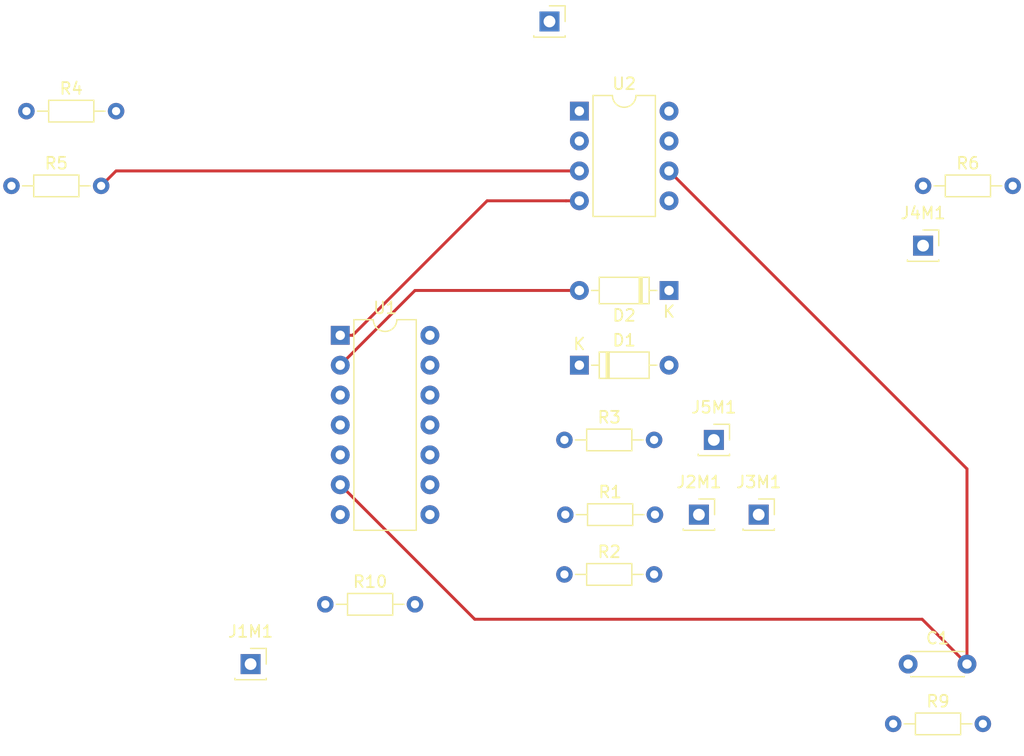
<source format=kicad_pcb>
(kicad_pcb (version 20171130) (host pcbnew "(5.0.2)-1")

  (general
    (thickness 1.6)
    (drawings 0)
    (tracks 14)
    (zones 0)
    (modules 19)
    (nets 17)
  )

  (page A4)
  (layers
    (0 F.Cu signal)
    (31 B.Cu signal)
    (32 B.Adhes user hide)
    (33 F.Adhes user hide)
    (34 B.Paste user hide)
    (35 F.Paste user hide)
    (36 B.SilkS user hide)
    (37 F.SilkS user hide)
    (38 B.Mask user)
    (39 F.Mask user)
    (40 Dwgs.User user)
    (41 Cmts.User user hide)
    (42 Eco1.User user hide)
    (43 Eco2.User user hide)
    (44 Edge.Cuts user hide)
    (45 Margin user hide)
    (46 B.CrtYd user hide)
    (47 F.CrtYd user)
    (48 B.Fab user hide)
    (49 F.Fab user)
  )

  (setup
    (last_trace_width 0.25)
    (trace_clearance 0.2)
    (zone_clearance 0.508)
    (zone_45_only no)
    (trace_min 0.2)
    (segment_width 0.2)
    (edge_width 0.1)
    (via_size 0.8)
    (via_drill 0.4)
    (via_min_size 0.4)
    (via_min_drill 0.3)
    (uvia_size 0.3)
    (uvia_drill 0.1)
    (uvias_allowed no)
    (uvia_min_size 0.2)
    (uvia_min_drill 0.1)
    (pcb_text_width 0.3)
    (pcb_text_size 1.5 1.5)
    (mod_edge_width 0.15)
    (mod_text_size 1 1)
    (mod_text_width 0.15)
    (pad_size 1.5 1.5)
    (pad_drill 0.6)
    (pad_to_mask_clearance 0)
    (solder_mask_min_width 0.25)
    (aux_axis_origin 0 0)
    (visible_elements 7FFFFFFF)
    (pcbplotparams
      (layerselection 0x010fc_ffffffff)
      (usegerberextensions false)
      (usegerberattributes false)
      (usegerberadvancedattributes false)
      (creategerberjobfile false)
      (excludeedgelayer true)
      (linewidth 0.100000)
      (plotframeref false)
      (viasonmask false)
      (mode 1)
      (useauxorigin false)
      (hpglpennumber 1)
      (hpglpenspeed 20)
      (hpglpendiameter 15.000000)
      (psnegative false)
      (psa4output false)
      (plotreference true)
      (plotvalue true)
      (plotinvisibletext false)
      (padsonsilk false)
      (subtractmaskfromsilk false)
      (outputformat 1)
      (mirror false)
      (drillshape 1)
      (scaleselection 1)
      (outputdirectory ""))
  )

  (net 0 "")
  (net 1 "Net-(C1-Pad1)")
  (net 2 "Net-(C1-Pad2)")
  (net 3 "Net-(D1-Pad1)")
  (net 4 "Net-(D1-Pad2)")
  (net 5 "Net-(D2-Pad1)")
  (net 6 "Net-(J1M1-Pad1)")
  (net 7 "Net-(J2M1-Pad1)")
  (net 8 "Net-(J3M1-Pad1)")
  (net 9 "Net-(J4M1-Pad1)")
  (net 10 "Net-(J5M1-Pad1)")
  (net 11 "Net-(J6M1-Pad1)")
  (net 12 "Net-(R4-Pad1)")
  (net 13 +5V)
  (net 14 +12V)
  (net 15 "Net-(U2-Pad1)")
  (net 16 "Net-(U2-Pad8)")

  (net_class Default "This is the default net class."
    (clearance 0.2)
    (trace_width 0.25)
    (via_dia 0.8)
    (via_drill 0.4)
    (uvia_dia 0.3)
    (uvia_drill 0.1)
    (add_net +12V)
    (add_net +5V)
    (add_net "Net-(C1-Pad1)")
    (add_net "Net-(C1-Pad2)")
    (add_net "Net-(D1-Pad1)")
    (add_net "Net-(D1-Pad2)")
    (add_net "Net-(D2-Pad1)")
    (add_net "Net-(J1M1-Pad1)")
    (add_net "Net-(J2M1-Pad1)")
    (add_net "Net-(J3M1-Pad1)")
    (add_net "Net-(J4M1-Pad1)")
    (add_net "Net-(J5M1-Pad1)")
    (add_net "Net-(J6M1-Pad1)")
    (add_net "Net-(R4-Pad1)")
    (add_net "Net-(U2-Pad1)")
    (add_net "Net-(U2-Pad8)")
  )

  (module Capacitor_THT:C_Disc_D4.3mm_W1.9mm_P5.00mm (layer F.Cu) (tedit 5AE50EF0) (tstamp 5CC61F59)
    (at 152.4 74.93)
    (descr "C, Disc series, Radial, pin pitch=5.00mm, , diameter*width=4.3*1.9mm^2, Capacitor, http://www.vishay.com/docs/45233/krseries.pdf")
    (tags "C Disc series Radial pin pitch 5.00mm  diameter 4.3mm width 1.9mm Capacitor")
    (path /5CB3EA4C)
    (fp_text reference C1 (at 2.5 -2.2) (layer F.SilkS)
      (effects (font (size 1 1) (thickness 0.15)))
    )
    (fp_text value 33pF (at 2.5 2.2) (layer F.Fab)
      (effects (font (size 1 1) (thickness 0.15)))
    )
    (fp_line (start 0.35 -0.95) (end 0.35 0.95) (layer F.Fab) (width 0.1))
    (fp_line (start 0.35 0.95) (end 4.65 0.95) (layer F.Fab) (width 0.1))
    (fp_line (start 4.65 0.95) (end 4.65 -0.95) (layer F.Fab) (width 0.1))
    (fp_line (start 4.65 -0.95) (end 0.35 -0.95) (layer F.Fab) (width 0.1))
    (fp_line (start 0.23 -1.07) (end 4.77 -1.07) (layer F.SilkS) (width 0.12))
    (fp_line (start 0.23 1.07) (end 4.77 1.07) (layer F.SilkS) (width 0.12))
    (fp_line (start 0.23 -1.07) (end 0.23 -1.055) (layer F.SilkS) (width 0.12))
    (fp_line (start 0.23 1.055) (end 0.23 1.07) (layer F.SilkS) (width 0.12))
    (fp_line (start 4.77 -1.07) (end 4.77 -1.055) (layer F.SilkS) (width 0.12))
    (fp_line (start 4.77 1.055) (end 4.77 1.07) (layer F.SilkS) (width 0.12))
    (fp_line (start -1.05 -1.2) (end -1.05 1.2) (layer F.CrtYd) (width 0.05))
    (fp_line (start -1.05 1.2) (end 6.05 1.2) (layer F.CrtYd) (width 0.05))
    (fp_line (start 6.05 1.2) (end 6.05 -1.2) (layer F.CrtYd) (width 0.05))
    (fp_line (start 6.05 -1.2) (end -1.05 -1.2) (layer F.CrtYd) (width 0.05))
    (fp_text user %R (at 2.5 0) (layer F.Fab)
      (effects (font (size 0.86 0.86) (thickness 0.129)))
    )
    (pad 1 thru_hole circle (at 0 0) (size 1.6 1.6) (drill 0.8) (layers *.Cu *.Mask)
      (net 1 "Net-(C1-Pad1)"))
    (pad 2 thru_hole circle (at 5 0) (size 1.6 1.6) (drill 0.8) (layers *.Cu *.Mask)
      (net 2 "Net-(C1-Pad2)"))
    (model ${KISYS3DMOD}/Capacitor_THT.3dshapes/C_Disc_D4.3mm_W1.9mm_P5.00mm.wrl
      (at (xyz 0 0 0))
      (scale (xyz 1 1 1))
      (rotate (xyz 0 0 0))
    )
  )

  (module Diode_THT:D_DO-35_SOD27_P7.62mm_Horizontal (layer F.Cu) (tedit 5AE50CD5) (tstamp 5CC61F78)
    (at 124.46 49.53)
    (descr "Diode, DO-35_SOD27 series, Axial, Horizontal, pin pitch=7.62mm, , length*diameter=4*2mm^2, , http://www.diodes.com/_files/packages/DO-35.pdf")
    (tags "Diode DO-35_SOD27 series Axial Horizontal pin pitch 7.62mm  length 4mm diameter 2mm")
    (path /5CB3A674)
    (fp_text reference D1 (at 3.81 -2.12) (layer F.SilkS)
      (effects (font (size 1 1) (thickness 0.15)))
    )
    (fp_text value 1N4148 (at 3.81 2.12) (layer F.Fab)
      (effects (font (size 1 1) (thickness 0.15)))
    )
    (fp_line (start 1.81 -1) (end 1.81 1) (layer F.Fab) (width 0.1))
    (fp_line (start 1.81 1) (end 5.81 1) (layer F.Fab) (width 0.1))
    (fp_line (start 5.81 1) (end 5.81 -1) (layer F.Fab) (width 0.1))
    (fp_line (start 5.81 -1) (end 1.81 -1) (layer F.Fab) (width 0.1))
    (fp_line (start 0 0) (end 1.81 0) (layer F.Fab) (width 0.1))
    (fp_line (start 7.62 0) (end 5.81 0) (layer F.Fab) (width 0.1))
    (fp_line (start 2.41 -1) (end 2.41 1) (layer F.Fab) (width 0.1))
    (fp_line (start 2.51 -1) (end 2.51 1) (layer F.Fab) (width 0.1))
    (fp_line (start 2.31 -1) (end 2.31 1) (layer F.Fab) (width 0.1))
    (fp_line (start 1.69 -1.12) (end 1.69 1.12) (layer F.SilkS) (width 0.12))
    (fp_line (start 1.69 1.12) (end 5.93 1.12) (layer F.SilkS) (width 0.12))
    (fp_line (start 5.93 1.12) (end 5.93 -1.12) (layer F.SilkS) (width 0.12))
    (fp_line (start 5.93 -1.12) (end 1.69 -1.12) (layer F.SilkS) (width 0.12))
    (fp_line (start 1.04 0) (end 1.69 0) (layer F.SilkS) (width 0.12))
    (fp_line (start 6.58 0) (end 5.93 0) (layer F.SilkS) (width 0.12))
    (fp_line (start 2.41 -1.12) (end 2.41 1.12) (layer F.SilkS) (width 0.12))
    (fp_line (start 2.53 -1.12) (end 2.53 1.12) (layer F.SilkS) (width 0.12))
    (fp_line (start 2.29 -1.12) (end 2.29 1.12) (layer F.SilkS) (width 0.12))
    (fp_line (start -1.05 -1.25) (end -1.05 1.25) (layer F.CrtYd) (width 0.05))
    (fp_line (start -1.05 1.25) (end 8.67 1.25) (layer F.CrtYd) (width 0.05))
    (fp_line (start 8.67 1.25) (end 8.67 -1.25) (layer F.CrtYd) (width 0.05))
    (fp_line (start 8.67 -1.25) (end -1.05 -1.25) (layer F.CrtYd) (width 0.05))
    (fp_text user %R (at 4.11 0) (layer F.Fab)
      (effects (font (size 0.8 0.8) (thickness 0.12)))
    )
    (fp_text user K (at 0 -1.8) (layer F.Fab)
      (effects (font (size 1 1) (thickness 0.15)))
    )
    (fp_text user K (at 0 -1.8) (layer F.SilkS)
      (effects (font (size 1 1) (thickness 0.15)))
    )
    (pad 1 thru_hole rect (at 0 0) (size 1.6 1.6) (drill 0.8) (layers *.Cu *.Mask)
      (net 3 "Net-(D1-Pad1)"))
    (pad 2 thru_hole oval (at 7.62 0) (size 1.6 1.6) (drill 0.8) (layers *.Cu *.Mask)
      (net 4 "Net-(D1-Pad2)"))
    (model ${KISYS3DMOD}/Diode_THT.3dshapes/D_DO-35_SOD27_P7.62mm_Horizontal.wrl
      (at (xyz 0 0 0))
      (scale (xyz 1 1 1))
      (rotate (xyz 0 0 0))
    )
  )

  (module Diode_THT:D_DO-35_SOD27_P7.62mm_Horizontal (layer F.Cu) (tedit 5AE50CD5) (tstamp 5CC61F97)
    (at 132.08 43.18 180)
    (descr "Diode, DO-35_SOD27 series, Axial, Horizontal, pin pitch=7.62mm, , length*diameter=4*2mm^2, , http://www.diodes.com/_files/packages/DO-35.pdf")
    (tags "Diode DO-35_SOD27 series Axial Horizontal pin pitch 7.62mm  length 4mm diameter 2mm")
    (path /5CB3A70F)
    (fp_text reference D2 (at 3.81 -2.12 180) (layer F.SilkS)
      (effects (font (size 1 1) (thickness 0.15)))
    )
    (fp_text value 1N4148 (at 3.81 2.12 180) (layer F.Fab)
      (effects (font (size 1 1) (thickness 0.15)))
    )
    (fp_line (start 1.81 -1) (end 1.81 1) (layer F.Fab) (width 0.1))
    (fp_line (start 1.81 1) (end 5.81 1) (layer F.Fab) (width 0.1))
    (fp_line (start 5.81 1) (end 5.81 -1) (layer F.Fab) (width 0.1))
    (fp_line (start 5.81 -1) (end 1.81 -1) (layer F.Fab) (width 0.1))
    (fp_line (start 0 0) (end 1.81 0) (layer F.Fab) (width 0.1))
    (fp_line (start 7.62 0) (end 5.81 0) (layer F.Fab) (width 0.1))
    (fp_line (start 2.41 -1) (end 2.41 1) (layer F.Fab) (width 0.1))
    (fp_line (start 2.51 -1) (end 2.51 1) (layer F.Fab) (width 0.1))
    (fp_line (start 2.31 -1) (end 2.31 1) (layer F.Fab) (width 0.1))
    (fp_line (start 1.69 -1.12) (end 1.69 1.12) (layer F.SilkS) (width 0.12))
    (fp_line (start 1.69 1.12) (end 5.93 1.12) (layer F.SilkS) (width 0.12))
    (fp_line (start 5.93 1.12) (end 5.93 -1.12) (layer F.SilkS) (width 0.12))
    (fp_line (start 5.93 -1.12) (end 1.69 -1.12) (layer F.SilkS) (width 0.12))
    (fp_line (start 1.04 0) (end 1.69 0) (layer F.SilkS) (width 0.12))
    (fp_line (start 6.58 0) (end 5.93 0) (layer F.SilkS) (width 0.12))
    (fp_line (start 2.41 -1.12) (end 2.41 1.12) (layer F.SilkS) (width 0.12))
    (fp_line (start 2.53 -1.12) (end 2.53 1.12) (layer F.SilkS) (width 0.12))
    (fp_line (start 2.29 -1.12) (end 2.29 1.12) (layer F.SilkS) (width 0.12))
    (fp_line (start -1.05 -1.25) (end -1.05 1.25) (layer F.CrtYd) (width 0.05))
    (fp_line (start -1.05 1.25) (end 8.67 1.25) (layer F.CrtYd) (width 0.05))
    (fp_line (start 8.67 1.25) (end 8.67 -1.25) (layer F.CrtYd) (width 0.05))
    (fp_line (start 8.67 -1.25) (end -1.05 -1.25) (layer F.CrtYd) (width 0.05))
    (fp_text user %R (at 4.11 0 180) (layer F.Fab)
      (effects (font (size 0.8 0.8) (thickness 0.12)))
    )
    (fp_text user K (at 0 -1.8 180) (layer F.Fab)
      (effects (font (size 1 1) (thickness 0.15)))
    )
    (fp_text user K (at 0 -1.8 180) (layer F.SilkS)
      (effects (font (size 1 1) (thickness 0.15)))
    )
    (pad 1 thru_hole rect (at 0 0 180) (size 1.6 1.6) (drill 0.8) (layers *.Cu *.Mask)
      (net 5 "Net-(D2-Pad1)"))
    (pad 2 thru_hole oval (at 7.62 0 180) (size 1.6 1.6) (drill 0.8) (layers *.Cu *.Mask)
      (net 3 "Net-(D1-Pad1)"))
    (model ${KISYS3DMOD}/Diode_THT.3dshapes/D_DO-35_SOD27_P7.62mm_Horizontal.wrl
      (at (xyz 0 0 0))
      (scale (xyz 1 1 1))
      (rotate (xyz 0 0 0))
    )
  )

  (module Connector_PinSocket_2.54mm:PinSocket_1x01_P2.54mm_Vertical (layer F.Cu) (tedit 5A19A434) (tstamp 5CC61FAB)
    (at 96.52 74.93)
    (descr "Through hole straight socket strip, 1x01, 2.54mm pitch, single row (from Kicad 4.0.7), script generated")
    (tags "Through hole socket strip THT 1x01 2.54mm single row")
    (path /5CC6E864)
    (fp_text reference J1M1 (at 0 -2.77) (layer F.SilkS)
      (effects (font (size 1 1) (thickness 0.15)))
    )
    (fp_text value Conn_01x01 (at 0 2.77) (layer F.Fab)
      (effects (font (size 1 1) (thickness 0.15)))
    )
    (fp_line (start -1.27 -1.27) (end 0.635 -1.27) (layer F.Fab) (width 0.1))
    (fp_line (start 0.635 -1.27) (end 1.27 -0.635) (layer F.Fab) (width 0.1))
    (fp_line (start 1.27 -0.635) (end 1.27 1.27) (layer F.Fab) (width 0.1))
    (fp_line (start 1.27 1.27) (end -1.27 1.27) (layer F.Fab) (width 0.1))
    (fp_line (start -1.27 1.27) (end -1.27 -1.27) (layer F.Fab) (width 0.1))
    (fp_line (start -1.33 1.33) (end 1.33 1.33) (layer F.SilkS) (width 0.12))
    (fp_line (start -1.33 1.21) (end -1.33 1.33) (layer F.SilkS) (width 0.12))
    (fp_line (start 1.33 1.21) (end 1.33 1.33) (layer F.SilkS) (width 0.12))
    (fp_line (start 1.33 -1.33) (end 1.33 0) (layer F.SilkS) (width 0.12))
    (fp_line (start 0 -1.33) (end 1.33 -1.33) (layer F.SilkS) (width 0.12))
    (fp_line (start -1.8 -1.8) (end 1.75 -1.8) (layer F.CrtYd) (width 0.05))
    (fp_line (start 1.75 -1.8) (end 1.75 1.75) (layer F.CrtYd) (width 0.05))
    (fp_line (start 1.75 1.75) (end -1.8 1.75) (layer F.CrtYd) (width 0.05))
    (fp_line (start -1.8 1.75) (end -1.8 -1.8) (layer F.CrtYd) (width 0.05))
    (fp_text user %R (at 3.81 0) (layer F.Fab)
      (effects (font (size 1 1) (thickness 0.15)))
    )
    (pad 1 thru_hole rect (at 0 0) (size 1.7 1.7) (drill 1) (layers *.Cu *.Mask)
      (net 6 "Net-(J1M1-Pad1)"))
    (model ${KISYS3DMOD}/Connector_PinSocket_2.54mm.3dshapes/PinSocket_1x01_P2.54mm_Vertical.wrl
      (at (xyz 0 0 0))
      (scale (xyz 1 1 1))
      (rotate (xyz 0 0 0))
    )
  )

  (module Connector_PinSocket_2.54mm:PinSocket_1x01_P2.54mm_Vertical (layer F.Cu) (tedit 5A19A434) (tstamp 5CC61FBF)
    (at 134.62 62.23)
    (descr "Through hole straight socket strip, 1x01, 2.54mm pitch, single row (from Kicad 4.0.7), script generated")
    (tags "Through hole socket strip THT 1x01 2.54mm single row")
    (path /5CC70A9B)
    (fp_text reference J2M1 (at 0 -2.77) (layer F.SilkS)
      (effects (font (size 1 1) (thickness 0.15)))
    )
    (fp_text value Conn_01x01 (at 0 2.77) (layer F.Fab)
      (effects (font (size 1 1) (thickness 0.15)))
    )
    (fp_text user %R (at 3.81 0) (layer F.Fab)
      (effects (font (size 1 1) (thickness 0.15)))
    )
    (fp_line (start -1.8 1.75) (end -1.8 -1.8) (layer F.CrtYd) (width 0.05))
    (fp_line (start 1.75 1.75) (end -1.8 1.75) (layer F.CrtYd) (width 0.05))
    (fp_line (start 1.75 -1.8) (end 1.75 1.75) (layer F.CrtYd) (width 0.05))
    (fp_line (start -1.8 -1.8) (end 1.75 -1.8) (layer F.CrtYd) (width 0.05))
    (fp_line (start 0 -1.33) (end 1.33 -1.33) (layer F.SilkS) (width 0.12))
    (fp_line (start 1.33 -1.33) (end 1.33 0) (layer F.SilkS) (width 0.12))
    (fp_line (start 1.33 1.21) (end 1.33 1.33) (layer F.SilkS) (width 0.12))
    (fp_line (start -1.33 1.21) (end -1.33 1.33) (layer F.SilkS) (width 0.12))
    (fp_line (start -1.33 1.33) (end 1.33 1.33) (layer F.SilkS) (width 0.12))
    (fp_line (start -1.27 1.27) (end -1.27 -1.27) (layer F.Fab) (width 0.1))
    (fp_line (start 1.27 1.27) (end -1.27 1.27) (layer F.Fab) (width 0.1))
    (fp_line (start 1.27 -0.635) (end 1.27 1.27) (layer F.Fab) (width 0.1))
    (fp_line (start 0.635 -1.27) (end 1.27 -0.635) (layer F.Fab) (width 0.1))
    (fp_line (start -1.27 -1.27) (end 0.635 -1.27) (layer F.Fab) (width 0.1))
    (pad 1 thru_hole rect (at 0 0) (size 1.7 1.7) (drill 1) (layers *.Cu *.Mask)
      (net 7 "Net-(J2M1-Pad1)"))
    (model ${KISYS3DMOD}/Connector_PinSocket_2.54mm.3dshapes/PinSocket_1x01_P2.54mm_Vertical.wrl
      (at (xyz 0 0 0))
      (scale (xyz 1 1 1))
      (rotate (xyz 0 0 0))
    )
  )

  (module Connector_PinSocket_2.54mm:PinSocket_1x01_P2.54mm_Vertical (layer F.Cu) (tedit 5A19A434) (tstamp 5CC61FD3)
    (at 139.7 62.23)
    (descr "Through hole straight socket strip, 1x01, 2.54mm pitch, single row (from Kicad 4.0.7), script generated")
    (tags "Through hole socket strip THT 1x01 2.54mm single row")
    (path /5CC7A550)
    (fp_text reference J3M1 (at 0 -2.77) (layer F.SilkS)
      (effects (font (size 1 1) (thickness 0.15)))
    )
    (fp_text value Conn_01x01 (at 0 2.77) (layer F.Fab)
      (effects (font (size 1 1) (thickness 0.15)))
    )
    (fp_line (start -1.27 -1.27) (end 0.635 -1.27) (layer F.Fab) (width 0.1))
    (fp_line (start 0.635 -1.27) (end 1.27 -0.635) (layer F.Fab) (width 0.1))
    (fp_line (start 1.27 -0.635) (end 1.27 1.27) (layer F.Fab) (width 0.1))
    (fp_line (start 1.27 1.27) (end -1.27 1.27) (layer F.Fab) (width 0.1))
    (fp_line (start -1.27 1.27) (end -1.27 -1.27) (layer F.Fab) (width 0.1))
    (fp_line (start -1.33 1.33) (end 1.33 1.33) (layer F.SilkS) (width 0.12))
    (fp_line (start -1.33 1.21) (end -1.33 1.33) (layer F.SilkS) (width 0.12))
    (fp_line (start 1.33 1.21) (end 1.33 1.33) (layer F.SilkS) (width 0.12))
    (fp_line (start 1.33 -1.33) (end 1.33 0) (layer F.SilkS) (width 0.12))
    (fp_line (start 0 -1.33) (end 1.33 -1.33) (layer F.SilkS) (width 0.12))
    (fp_line (start -1.8 -1.8) (end 1.75 -1.8) (layer F.CrtYd) (width 0.05))
    (fp_line (start 1.75 -1.8) (end 1.75 1.75) (layer F.CrtYd) (width 0.05))
    (fp_line (start 1.75 1.75) (end -1.8 1.75) (layer F.CrtYd) (width 0.05))
    (fp_line (start -1.8 1.75) (end -1.8 -1.8) (layer F.CrtYd) (width 0.05))
    (fp_text user %R (at 3.81 0) (layer F.Fab)
      (effects (font (size 1 1) (thickness 0.15)))
    )
    (pad 1 thru_hole rect (at 0 0) (size 1.7 1.7) (drill 1) (layers *.Cu *.Mask)
      (net 8 "Net-(J3M1-Pad1)"))
    (model ${KISYS3DMOD}/Connector_PinSocket_2.54mm.3dshapes/PinSocket_1x01_P2.54mm_Vertical.wrl
      (at (xyz 0 0 0))
      (scale (xyz 1 1 1))
      (rotate (xyz 0 0 0))
    )
  )

  (module Connector_PinSocket_2.54mm:PinSocket_1x01_P2.54mm_Vertical (layer F.Cu) (tedit 5A19A434) (tstamp 5CC61FE7)
    (at 153.67 39.37)
    (descr "Through hole straight socket strip, 1x01, 2.54mm pitch, single row (from Kicad 4.0.7), script generated")
    (tags "Through hole socket strip THT 1x01 2.54mm single row")
    (path /5CC7C2A0)
    (fp_text reference J4M1 (at 0 -2.77) (layer F.SilkS)
      (effects (font (size 1 1) (thickness 0.15)))
    )
    (fp_text value Conn_01x01 (at 0 2.77) (layer F.Fab)
      (effects (font (size 1 1) (thickness 0.15)))
    )
    (fp_text user %R (at 3.81 0) (layer F.Fab)
      (effects (font (size 1 1) (thickness 0.15)))
    )
    (fp_line (start -1.8 1.75) (end -1.8 -1.8) (layer F.CrtYd) (width 0.05))
    (fp_line (start 1.75 1.75) (end -1.8 1.75) (layer F.CrtYd) (width 0.05))
    (fp_line (start 1.75 -1.8) (end 1.75 1.75) (layer F.CrtYd) (width 0.05))
    (fp_line (start -1.8 -1.8) (end 1.75 -1.8) (layer F.CrtYd) (width 0.05))
    (fp_line (start 0 -1.33) (end 1.33 -1.33) (layer F.SilkS) (width 0.12))
    (fp_line (start 1.33 -1.33) (end 1.33 0) (layer F.SilkS) (width 0.12))
    (fp_line (start 1.33 1.21) (end 1.33 1.33) (layer F.SilkS) (width 0.12))
    (fp_line (start -1.33 1.21) (end -1.33 1.33) (layer F.SilkS) (width 0.12))
    (fp_line (start -1.33 1.33) (end 1.33 1.33) (layer F.SilkS) (width 0.12))
    (fp_line (start -1.27 1.27) (end -1.27 -1.27) (layer F.Fab) (width 0.1))
    (fp_line (start 1.27 1.27) (end -1.27 1.27) (layer F.Fab) (width 0.1))
    (fp_line (start 1.27 -0.635) (end 1.27 1.27) (layer F.Fab) (width 0.1))
    (fp_line (start 0.635 -1.27) (end 1.27 -0.635) (layer F.Fab) (width 0.1))
    (fp_line (start -1.27 -1.27) (end 0.635 -1.27) (layer F.Fab) (width 0.1))
    (pad 1 thru_hole rect (at 0 0) (size 1.7 1.7) (drill 1) (layers *.Cu *.Mask)
      (net 9 "Net-(J4M1-Pad1)"))
    (model ${KISYS3DMOD}/Connector_PinSocket_2.54mm.3dshapes/PinSocket_1x01_P2.54mm_Vertical.wrl
      (at (xyz 0 0 0))
      (scale (xyz 1 1 1))
      (rotate (xyz 0 0 0))
    )
  )

  (module Connector_PinSocket_2.54mm:PinSocket_1x01_P2.54mm_Vertical (layer F.Cu) (tedit 5A19A434) (tstamp 5CC61FFB)
    (at 135.89 55.88)
    (descr "Through hole straight socket strip, 1x01, 2.54mm pitch, single row (from Kicad 4.0.7), script generated")
    (tags "Through hole socket strip THT 1x01 2.54mm single row")
    (path /5CC7C318)
    (fp_text reference J5M1 (at 0 -2.77) (layer F.SilkS)
      (effects (font (size 1 1) (thickness 0.15)))
    )
    (fp_text value Conn_01x01 (at 0 2.77) (layer F.Fab)
      (effects (font (size 1 1) (thickness 0.15)))
    )
    (fp_line (start -1.27 -1.27) (end 0.635 -1.27) (layer F.Fab) (width 0.1))
    (fp_line (start 0.635 -1.27) (end 1.27 -0.635) (layer F.Fab) (width 0.1))
    (fp_line (start 1.27 -0.635) (end 1.27 1.27) (layer F.Fab) (width 0.1))
    (fp_line (start 1.27 1.27) (end -1.27 1.27) (layer F.Fab) (width 0.1))
    (fp_line (start -1.27 1.27) (end -1.27 -1.27) (layer F.Fab) (width 0.1))
    (fp_line (start -1.33 1.33) (end 1.33 1.33) (layer F.SilkS) (width 0.12))
    (fp_line (start -1.33 1.21) (end -1.33 1.33) (layer F.SilkS) (width 0.12))
    (fp_line (start 1.33 1.21) (end 1.33 1.33) (layer F.SilkS) (width 0.12))
    (fp_line (start 1.33 -1.33) (end 1.33 0) (layer F.SilkS) (width 0.12))
    (fp_line (start 0 -1.33) (end 1.33 -1.33) (layer F.SilkS) (width 0.12))
    (fp_line (start -1.8 -1.8) (end 1.75 -1.8) (layer F.CrtYd) (width 0.05))
    (fp_line (start 1.75 -1.8) (end 1.75 1.75) (layer F.CrtYd) (width 0.05))
    (fp_line (start 1.75 1.75) (end -1.8 1.75) (layer F.CrtYd) (width 0.05))
    (fp_line (start -1.8 1.75) (end -1.8 -1.8) (layer F.CrtYd) (width 0.05))
    (fp_text user %R (at 3.81 0) (layer F.Fab)
      (effects (font (size 1 1) (thickness 0.15)))
    )
    (pad 1 thru_hole rect (at 0 0) (size 1.7 1.7) (drill 1) (layers *.Cu *.Mask)
      (net 10 "Net-(J5M1-Pad1)"))
    (model ${KISYS3DMOD}/Connector_PinSocket_2.54mm.3dshapes/PinSocket_1x01_P2.54mm_Vertical.wrl
      (at (xyz 0 0 0))
      (scale (xyz 1 1 1))
      (rotate (xyz 0 0 0))
    )
  )

  (module Connector_PinSocket_2.54mm:PinSocket_1x01_P2.54mm_Vertical (layer F.Cu) (tedit 5A19A434) (tstamp 5CC6200F)
    (at 121.92 20.32)
    (descr "Through hole straight socket strip, 1x01, 2.54mm pitch, single row (from Kicad 4.0.7), script generated")
    (tags "Through hole socket strip THT 1x01 2.54mm single row")
    (path /5CC7DF55)
    (fp_text reference J6M1 (at 0 -2.77) (layer F.SilkS)
      (effects (font (size 1 1) (thickness 0.15)))
    )
    (fp_text value Conn_01x01 (at 0 2.77) (layer F.Fab)
      (effects (font (size 1 1) (thickness 0.15)))
    )
    (fp_text user %R (at 3.81 0) (layer F.Fab)
      (effects (font (size 1 1) (thickness 0.15)))
    )
    (fp_line (start -1.8 1.75) (end -1.8 -1.8) (layer F.CrtYd) (width 0.05))
    (fp_line (start 1.75 1.75) (end -1.8 1.75) (layer F.CrtYd) (width 0.05))
    (fp_line (start 1.75 -1.8) (end 1.75 1.75) (layer F.CrtYd) (width 0.05))
    (fp_line (start -1.8 -1.8) (end 1.75 -1.8) (layer F.CrtYd) (width 0.05))
    (fp_line (start 0 -1.33) (end 1.33 -1.33) (layer F.SilkS) (width 0.12))
    (fp_line (start 1.33 -1.33) (end 1.33 0) (layer F.SilkS) (width 0.12))
    (fp_line (start 1.33 1.21) (end 1.33 1.33) (layer F.SilkS) (width 0.12))
    (fp_line (start -1.33 1.21) (end -1.33 1.33) (layer F.SilkS) (width 0.12))
    (fp_line (start -1.33 1.33) (end 1.33 1.33) (layer F.SilkS) (width 0.12))
    (fp_line (start -1.27 1.27) (end -1.27 -1.27) (layer F.Fab) (width 0.1))
    (fp_line (start 1.27 1.27) (end -1.27 1.27) (layer F.Fab) (width 0.1))
    (fp_line (start 1.27 -0.635) (end 1.27 1.27) (layer F.Fab) (width 0.1))
    (fp_line (start 0.635 -1.27) (end 1.27 -0.635) (layer F.Fab) (width 0.1))
    (fp_line (start -1.27 -1.27) (end 0.635 -1.27) (layer F.Fab) (width 0.1))
    (pad 1 thru_hole rect (at 0 0) (size 1.7 1.7) (drill 1) (layers *.Cu *.Mask)
      (net 11 "Net-(J6M1-Pad1)"))
    (model ${KISYS3DMOD}/Connector_PinSocket_2.54mm.3dshapes/PinSocket_1x01_P2.54mm_Vertical.wrl
      (at (xyz 0 0 0))
      (scale (xyz 1 1 1))
      (rotate (xyz 0 0 0))
    )
  )

  (module Resistor_THT:R_Axial_DIN0204_L3.6mm_D1.6mm_P7.62mm_Horizontal (layer F.Cu) (tedit 5AE5139B) (tstamp 5CC62026)
    (at 123.265001 62.23)
    (descr "Resistor, Axial_DIN0204 series, Axial, Horizontal, pin pitch=7.62mm, 0.167W, length*diameter=3.6*1.6mm^2, http://cdn-reichelt.de/documents/datenblatt/B400/1_4W%23YAG.pdf")
    (tags "Resistor Axial_DIN0204 series Axial Horizontal pin pitch 7.62mm 0.167W length 3.6mm diameter 1.6mm")
    (path /5CB3A39D)
    (fp_text reference R1 (at 3.81 -1.92) (layer F.SilkS)
      (effects (font (size 1 1) (thickness 0.15)))
    )
    (fp_text value 100k (at 3.81 1.92) (layer F.Fab)
      (effects (font (size 1 1) (thickness 0.15)))
    )
    (fp_line (start 2.01 -0.8) (end 2.01 0.8) (layer F.Fab) (width 0.1))
    (fp_line (start 2.01 0.8) (end 5.61 0.8) (layer F.Fab) (width 0.1))
    (fp_line (start 5.61 0.8) (end 5.61 -0.8) (layer F.Fab) (width 0.1))
    (fp_line (start 5.61 -0.8) (end 2.01 -0.8) (layer F.Fab) (width 0.1))
    (fp_line (start 0 0) (end 2.01 0) (layer F.Fab) (width 0.1))
    (fp_line (start 7.62 0) (end 5.61 0) (layer F.Fab) (width 0.1))
    (fp_line (start 1.89 -0.92) (end 1.89 0.92) (layer F.SilkS) (width 0.12))
    (fp_line (start 1.89 0.92) (end 5.73 0.92) (layer F.SilkS) (width 0.12))
    (fp_line (start 5.73 0.92) (end 5.73 -0.92) (layer F.SilkS) (width 0.12))
    (fp_line (start 5.73 -0.92) (end 1.89 -0.92) (layer F.SilkS) (width 0.12))
    (fp_line (start 0.94 0) (end 1.89 0) (layer F.SilkS) (width 0.12))
    (fp_line (start 6.68 0) (end 5.73 0) (layer F.SilkS) (width 0.12))
    (fp_line (start -0.95 -1.05) (end -0.95 1.05) (layer F.CrtYd) (width 0.05))
    (fp_line (start -0.95 1.05) (end 8.57 1.05) (layer F.CrtYd) (width 0.05))
    (fp_line (start 8.57 1.05) (end 8.57 -1.05) (layer F.CrtYd) (width 0.05))
    (fp_line (start 8.57 -1.05) (end -0.95 -1.05) (layer F.CrtYd) (width 0.05))
    (fp_text user %R (at 3.81 0) (layer F.Fab)
      (effects (font (size 0.72 0.72) (thickness 0.108)))
    )
    (pad 1 thru_hole circle (at 0 0) (size 1.4 1.4) (drill 0.7) (layers *.Cu *.Mask)
      (net 3 "Net-(D1-Pad1)"))
    (pad 2 thru_hole oval (at 7.62 0) (size 1.4 1.4) (drill 0.7) (layers *.Cu *.Mask)
      (net 7 "Net-(J2M1-Pad1)"))
    (model ${KISYS3DMOD}/Resistor_THT.3dshapes/R_Axial_DIN0204_L3.6mm_D1.6mm_P7.62mm_Horizontal.wrl
      (at (xyz 0 0 0))
      (scale (xyz 1 1 1))
      (rotate (xyz 0 0 0))
    )
  )

  (module Resistor_THT:R_Axial_DIN0204_L3.6mm_D1.6mm_P7.62mm_Horizontal (layer F.Cu) (tedit 5AE5139B) (tstamp 5CC6203D)
    (at 123.19 67.31)
    (descr "Resistor, Axial_DIN0204 series, Axial, Horizontal, pin pitch=7.62mm, 0.167W, length*diameter=3.6*1.6mm^2, http://cdn-reichelt.de/documents/datenblatt/B400/1_4W%23YAG.pdf")
    (tags "Resistor Axial_DIN0204 series Axial Horizontal pin pitch 7.62mm 0.167W length 3.6mm diameter 1.6mm")
    (path /5CB3A433)
    (fp_text reference R2 (at 3.81 -1.92) (layer F.SilkS)
      (effects (font (size 1 1) (thickness 0.15)))
    )
    (fp_text value 100k (at 3.81 1.92) (layer F.Fab)
      (effects (font (size 1 1) (thickness 0.15)))
    )
    (fp_line (start 2.01 -0.8) (end 2.01 0.8) (layer F.Fab) (width 0.1))
    (fp_line (start 2.01 0.8) (end 5.61 0.8) (layer F.Fab) (width 0.1))
    (fp_line (start 5.61 0.8) (end 5.61 -0.8) (layer F.Fab) (width 0.1))
    (fp_line (start 5.61 -0.8) (end 2.01 -0.8) (layer F.Fab) (width 0.1))
    (fp_line (start 0 0) (end 2.01 0) (layer F.Fab) (width 0.1))
    (fp_line (start 7.62 0) (end 5.61 0) (layer F.Fab) (width 0.1))
    (fp_line (start 1.89 -0.92) (end 1.89 0.92) (layer F.SilkS) (width 0.12))
    (fp_line (start 1.89 0.92) (end 5.73 0.92) (layer F.SilkS) (width 0.12))
    (fp_line (start 5.73 0.92) (end 5.73 -0.92) (layer F.SilkS) (width 0.12))
    (fp_line (start 5.73 -0.92) (end 1.89 -0.92) (layer F.SilkS) (width 0.12))
    (fp_line (start 0.94 0) (end 1.89 0) (layer F.SilkS) (width 0.12))
    (fp_line (start 6.68 0) (end 5.73 0) (layer F.SilkS) (width 0.12))
    (fp_line (start -0.95 -1.05) (end -0.95 1.05) (layer F.CrtYd) (width 0.05))
    (fp_line (start -0.95 1.05) (end 8.57 1.05) (layer F.CrtYd) (width 0.05))
    (fp_line (start 8.57 1.05) (end 8.57 -1.05) (layer F.CrtYd) (width 0.05))
    (fp_line (start 8.57 -1.05) (end -0.95 -1.05) (layer F.CrtYd) (width 0.05))
    (fp_text user %R (at 3.81 0) (layer F.Fab)
      (effects (font (size 0.72 0.72) (thickness 0.108)))
    )
    (pad 1 thru_hole circle (at 0 0) (size 1.4 1.4) (drill 0.7) (layers *.Cu *.Mask)
      (net 3 "Net-(D1-Pad1)"))
    (pad 2 thru_hole oval (at 7.62 0) (size 1.4 1.4) (drill 0.7) (layers *.Cu *.Mask)
      (net 8 "Net-(J3M1-Pad1)"))
    (model ${KISYS3DMOD}/Resistor_THT.3dshapes/R_Axial_DIN0204_L3.6mm_D1.6mm_P7.62mm_Horizontal.wrl
      (at (xyz 0 0 0))
      (scale (xyz 1 1 1))
      (rotate (xyz 0 0 0))
    )
  )

  (module Resistor_THT:R_Axial_DIN0204_L3.6mm_D1.6mm_P7.62mm_Horizontal (layer F.Cu) (tedit 5AE5139B) (tstamp 5CC62054)
    (at 123.19 55.88)
    (descr "Resistor, Axial_DIN0204 series, Axial, Horizontal, pin pitch=7.62mm, 0.167W, length*diameter=3.6*1.6mm^2, http://cdn-reichelt.de/documents/datenblatt/B400/1_4W%23YAG.pdf")
    (tags "Resistor Axial_DIN0204 series Axial Horizontal pin pitch 7.62mm 0.167W length 3.6mm diameter 1.6mm")
    (path /5CB3A471)
    (fp_text reference R3 (at 3.81 -1.92) (layer F.SilkS)
      (effects (font (size 1 1) (thickness 0.15)))
    )
    (fp_text value 100k (at 3.81 1.92) (layer F.Fab)
      (effects (font (size 1 1) (thickness 0.15)))
    )
    (fp_text user %R (at 3.81 0) (layer F.Fab)
      (effects (font (size 0.72 0.72) (thickness 0.108)))
    )
    (fp_line (start 8.57 -1.05) (end -0.95 -1.05) (layer F.CrtYd) (width 0.05))
    (fp_line (start 8.57 1.05) (end 8.57 -1.05) (layer F.CrtYd) (width 0.05))
    (fp_line (start -0.95 1.05) (end 8.57 1.05) (layer F.CrtYd) (width 0.05))
    (fp_line (start -0.95 -1.05) (end -0.95 1.05) (layer F.CrtYd) (width 0.05))
    (fp_line (start 6.68 0) (end 5.73 0) (layer F.SilkS) (width 0.12))
    (fp_line (start 0.94 0) (end 1.89 0) (layer F.SilkS) (width 0.12))
    (fp_line (start 5.73 -0.92) (end 1.89 -0.92) (layer F.SilkS) (width 0.12))
    (fp_line (start 5.73 0.92) (end 5.73 -0.92) (layer F.SilkS) (width 0.12))
    (fp_line (start 1.89 0.92) (end 5.73 0.92) (layer F.SilkS) (width 0.12))
    (fp_line (start 1.89 -0.92) (end 1.89 0.92) (layer F.SilkS) (width 0.12))
    (fp_line (start 7.62 0) (end 5.61 0) (layer F.Fab) (width 0.1))
    (fp_line (start 0 0) (end 2.01 0) (layer F.Fab) (width 0.1))
    (fp_line (start 5.61 -0.8) (end 2.01 -0.8) (layer F.Fab) (width 0.1))
    (fp_line (start 5.61 0.8) (end 5.61 -0.8) (layer F.Fab) (width 0.1))
    (fp_line (start 2.01 0.8) (end 5.61 0.8) (layer F.Fab) (width 0.1))
    (fp_line (start 2.01 -0.8) (end 2.01 0.8) (layer F.Fab) (width 0.1))
    (pad 2 thru_hole oval (at 7.62 0) (size 1.4 1.4) (drill 0.7) (layers *.Cu *.Mask)
      (net 10 "Net-(J5M1-Pad1)"))
    (pad 1 thru_hole circle (at 0 0) (size 1.4 1.4) (drill 0.7) (layers *.Cu *.Mask)
      (net 3 "Net-(D1-Pad1)"))
    (model ${KISYS3DMOD}/Resistor_THT.3dshapes/R_Axial_DIN0204_L3.6mm_D1.6mm_P7.62mm_Horizontal.wrl
      (at (xyz 0 0 0))
      (scale (xyz 1 1 1))
      (rotate (xyz 0 0 0))
    )
  )

  (module Resistor_THT:R_Axial_DIN0204_L3.6mm_D1.6mm_P7.62mm_Horizontal (layer F.Cu) (tedit 5AE5139B) (tstamp 5CC6206B)
    (at 77.47 27.94)
    (descr "Resistor, Axial_DIN0204 series, Axial, Horizontal, pin pitch=7.62mm, 0.167W, length*diameter=3.6*1.6mm^2, http://cdn-reichelt.de/documents/datenblatt/B400/1_4W%23YAG.pdf")
    (tags "Resistor Axial_DIN0204 series Axial Horizontal pin pitch 7.62mm 0.167W length 3.6mm diameter 1.6mm")
    (path /5CB3B0E8)
    (fp_text reference R4 (at 3.81 -1.92) (layer F.SilkS)
      (effects (font (size 1 1) (thickness 0.15)))
    )
    (fp_text value 100k (at 3.81 1.92) (layer F.Fab)
      (effects (font (size 1 1) (thickness 0.15)))
    )
    (fp_line (start 2.01 -0.8) (end 2.01 0.8) (layer F.Fab) (width 0.1))
    (fp_line (start 2.01 0.8) (end 5.61 0.8) (layer F.Fab) (width 0.1))
    (fp_line (start 5.61 0.8) (end 5.61 -0.8) (layer F.Fab) (width 0.1))
    (fp_line (start 5.61 -0.8) (end 2.01 -0.8) (layer F.Fab) (width 0.1))
    (fp_line (start 0 0) (end 2.01 0) (layer F.Fab) (width 0.1))
    (fp_line (start 7.62 0) (end 5.61 0) (layer F.Fab) (width 0.1))
    (fp_line (start 1.89 -0.92) (end 1.89 0.92) (layer F.SilkS) (width 0.12))
    (fp_line (start 1.89 0.92) (end 5.73 0.92) (layer F.SilkS) (width 0.12))
    (fp_line (start 5.73 0.92) (end 5.73 -0.92) (layer F.SilkS) (width 0.12))
    (fp_line (start 5.73 -0.92) (end 1.89 -0.92) (layer F.SilkS) (width 0.12))
    (fp_line (start 0.94 0) (end 1.89 0) (layer F.SilkS) (width 0.12))
    (fp_line (start 6.68 0) (end 5.73 0) (layer F.SilkS) (width 0.12))
    (fp_line (start -0.95 -1.05) (end -0.95 1.05) (layer F.CrtYd) (width 0.05))
    (fp_line (start -0.95 1.05) (end 8.57 1.05) (layer F.CrtYd) (width 0.05))
    (fp_line (start 8.57 1.05) (end 8.57 -1.05) (layer F.CrtYd) (width 0.05))
    (fp_line (start 8.57 -1.05) (end -0.95 -1.05) (layer F.CrtYd) (width 0.05))
    (fp_text user %R (at 3.81 0) (layer F.Fab)
      (effects (font (size 0.72 0.72) (thickness 0.108)))
    )
    (pad 1 thru_hole circle (at 0 0) (size 1.4 1.4) (drill 0.7) (layers *.Cu *.Mask)
      (net 12 "Net-(R4-Pad1)"))
    (pad 2 thru_hole oval (at 7.62 0) (size 1.4 1.4) (drill 0.7) (layers *.Cu *.Mask)
      (net 11 "Net-(J6M1-Pad1)"))
    (model ${KISYS3DMOD}/Resistor_THT.3dshapes/R_Axial_DIN0204_L3.6mm_D1.6mm_P7.62mm_Horizontal.wrl
      (at (xyz 0 0 0))
      (scale (xyz 1 1 1))
      (rotate (xyz 0 0 0))
    )
  )

  (module Resistor_THT:R_Axial_DIN0204_L3.6mm_D1.6mm_P7.62mm_Horizontal (layer F.Cu) (tedit 5AE5139B) (tstamp 5CC62082)
    (at 76.2 34.29)
    (descr "Resistor, Axial_DIN0204 series, Axial, Horizontal, pin pitch=7.62mm, 0.167W, length*diameter=3.6*1.6mm^2, http://cdn-reichelt.de/documents/datenblatt/B400/1_4W%23YAG.pdf")
    (tags "Resistor Axial_DIN0204 series Axial Horizontal pin pitch 7.62mm 0.167W length 3.6mm diameter 1.6mm")
    (path /5CB3B1C1)
    (fp_text reference R5 (at 3.81 -1.92) (layer F.SilkS)
      (effects (font (size 1 1) (thickness 0.15)))
    )
    (fp_text value 220 (at 3.81 1.92) (layer F.Fab)
      (effects (font (size 1 1) (thickness 0.15)))
    )
    (fp_text user %R (at 3.81 0) (layer F.Fab)
      (effects (font (size 0.72 0.72) (thickness 0.108)))
    )
    (fp_line (start 8.57 -1.05) (end -0.95 -1.05) (layer F.CrtYd) (width 0.05))
    (fp_line (start 8.57 1.05) (end 8.57 -1.05) (layer F.CrtYd) (width 0.05))
    (fp_line (start -0.95 1.05) (end 8.57 1.05) (layer F.CrtYd) (width 0.05))
    (fp_line (start -0.95 -1.05) (end -0.95 1.05) (layer F.CrtYd) (width 0.05))
    (fp_line (start 6.68 0) (end 5.73 0) (layer F.SilkS) (width 0.12))
    (fp_line (start 0.94 0) (end 1.89 0) (layer F.SilkS) (width 0.12))
    (fp_line (start 5.73 -0.92) (end 1.89 -0.92) (layer F.SilkS) (width 0.12))
    (fp_line (start 5.73 0.92) (end 5.73 -0.92) (layer F.SilkS) (width 0.12))
    (fp_line (start 1.89 0.92) (end 5.73 0.92) (layer F.SilkS) (width 0.12))
    (fp_line (start 1.89 -0.92) (end 1.89 0.92) (layer F.SilkS) (width 0.12))
    (fp_line (start 7.62 0) (end 5.61 0) (layer F.Fab) (width 0.1))
    (fp_line (start 0 0) (end 2.01 0) (layer F.Fab) (width 0.1))
    (fp_line (start 5.61 -0.8) (end 2.01 -0.8) (layer F.Fab) (width 0.1))
    (fp_line (start 5.61 0.8) (end 5.61 -0.8) (layer F.Fab) (width 0.1))
    (fp_line (start 2.01 0.8) (end 5.61 0.8) (layer F.Fab) (width 0.1))
    (fp_line (start 2.01 -0.8) (end 2.01 0.8) (layer F.Fab) (width 0.1))
    (pad 2 thru_hole oval (at 7.62 0) (size 1.4 1.4) (drill 0.7) (layers *.Cu *.Mask)
      (net 13 +5V))
    (pad 1 thru_hole circle (at 0 0) (size 1.4 1.4) (drill 0.7) (layers *.Cu *.Mask)
      (net 12 "Net-(R4-Pad1)"))
    (model ${KISYS3DMOD}/Resistor_THT.3dshapes/R_Axial_DIN0204_L3.6mm_D1.6mm_P7.62mm_Horizontal.wrl
      (at (xyz 0 0 0))
      (scale (xyz 1 1 1))
      (rotate (xyz 0 0 0))
    )
  )

  (module Resistor_THT:R_Axial_DIN0204_L3.6mm_D1.6mm_P7.62mm_Horizontal (layer F.Cu) (tedit 5AE5139B) (tstamp 5CC62099)
    (at 153.67 34.29)
    (descr "Resistor, Axial_DIN0204 series, Axial, Horizontal, pin pitch=7.62mm, 0.167W, length*diameter=3.6*1.6mm^2, http://cdn-reichelt.de/documents/datenblatt/B400/1_4W%23YAG.pdf")
    (tags "Resistor Axial_DIN0204 series Axial Horizontal pin pitch 7.62mm 0.167W length 3.6mm diameter 1.6mm")
    (path /5CB3A334)
    (fp_text reference R6 (at 3.81 -1.92) (layer F.SilkS)
      (effects (font (size 1 1) (thickness 0.15)))
    )
    (fp_text value 20k (at 3.81 1.92) (layer F.Fab)
      (effects (font (size 1 1) (thickness 0.15)))
    )
    (fp_text user %R (at 3.81 0) (layer F.Fab)
      (effects (font (size 0.72 0.72) (thickness 0.108)))
    )
    (fp_line (start 8.57 -1.05) (end -0.95 -1.05) (layer F.CrtYd) (width 0.05))
    (fp_line (start 8.57 1.05) (end 8.57 -1.05) (layer F.CrtYd) (width 0.05))
    (fp_line (start -0.95 1.05) (end 8.57 1.05) (layer F.CrtYd) (width 0.05))
    (fp_line (start -0.95 -1.05) (end -0.95 1.05) (layer F.CrtYd) (width 0.05))
    (fp_line (start 6.68 0) (end 5.73 0) (layer F.SilkS) (width 0.12))
    (fp_line (start 0.94 0) (end 1.89 0) (layer F.SilkS) (width 0.12))
    (fp_line (start 5.73 -0.92) (end 1.89 -0.92) (layer F.SilkS) (width 0.12))
    (fp_line (start 5.73 0.92) (end 5.73 -0.92) (layer F.SilkS) (width 0.12))
    (fp_line (start 1.89 0.92) (end 5.73 0.92) (layer F.SilkS) (width 0.12))
    (fp_line (start 1.89 -0.92) (end 1.89 0.92) (layer F.SilkS) (width 0.12))
    (fp_line (start 7.62 0) (end 5.61 0) (layer F.Fab) (width 0.1))
    (fp_line (start 0 0) (end 2.01 0) (layer F.Fab) (width 0.1))
    (fp_line (start 5.61 -0.8) (end 2.01 -0.8) (layer F.Fab) (width 0.1))
    (fp_line (start 5.61 0.8) (end 5.61 -0.8) (layer F.Fab) (width 0.1))
    (fp_line (start 2.01 0.8) (end 5.61 0.8) (layer F.Fab) (width 0.1))
    (fp_line (start 2.01 -0.8) (end 2.01 0.8) (layer F.Fab) (width 0.1))
    (pad 2 thru_hole oval (at 7.62 0) (size 1.4 1.4) (drill 0.7) (layers *.Cu *.Mask)
      (net 14 +12V))
    (pad 1 thru_hole circle (at 0 0) (size 1.4 1.4) (drill 0.7) (layers *.Cu *.Mask)
      (net 9 "Net-(J4M1-Pad1)"))
    (model ${KISYS3DMOD}/Resistor_THT.3dshapes/R_Axial_DIN0204_L3.6mm_D1.6mm_P7.62mm_Horizontal.wrl
      (at (xyz 0 0 0))
      (scale (xyz 1 1 1))
      (rotate (xyz 0 0 0))
    )
  )

  (module Resistor_THT:R_Axial_DIN0204_L3.6mm_D1.6mm_P7.62mm_Horizontal (layer F.Cu) (tedit 5AE5139B) (tstamp 5CC620B0)
    (at 151.13 80.01)
    (descr "Resistor, Axial_DIN0204 series, Axial, Horizontal, pin pitch=7.62mm, 0.167W, length*diameter=3.6*1.6mm^2, http://cdn-reichelt.de/documents/datenblatt/B400/1_4W%23YAG.pdf")
    (tags "Resistor Axial_DIN0204 series Axial Horizontal pin pitch 7.62mm 0.167W length 3.6mm diameter 1.6mm")
    (path /5CB3E9B5)
    (fp_text reference R9 (at 3.81 -1.92) (layer F.SilkS)
      (effects (font (size 1 1) (thickness 0.15)))
    )
    (fp_text value 560k (at 3.81 1.92) (layer F.Fab)
      (effects (font (size 1 1) (thickness 0.15)))
    )
    (fp_line (start 2.01 -0.8) (end 2.01 0.8) (layer F.Fab) (width 0.1))
    (fp_line (start 2.01 0.8) (end 5.61 0.8) (layer F.Fab) (width 0.1))
    (fp_line (start 5.61 0.8) (end 5.61 -0.8) (layer F.Fab) (width 0.1))
    (fp_line (start 5.61 -0.8) (end 2.01 -0.8) (layer F.Fab) (width 0.1))
    (fp_line (start 0 0) (end 2.01 0) (layer F.Fab) (width 0.1))
    (fp_line (start 7.62 0) (end 5.61 0) (layer F.Fab) (width 0.1))
    (fp_line (start 1.89 -0.92) (end 1.89 0.92) (layer F.SilkS) (width 0.12))
    (fp_line (start 1.89 0.92) (end 5.73 0.92) (layer F.SilkS) (width 0.12))
    (fp_line (start 5.73 0.92) (end 5.73 -0.92) (layer F.SilkS) (width 0.12))
    (fp_line (start 5.73 -0.92) (end 1.89 -0.92) (layer F.SilkS) (width 0.12))
    (fp_line (start 0.94 0) (end 1.89 0) (layer F.SilkS) (width 0.12))
    (fp_line (start 6.68 0) (end 5.73 0) (layer F.SilkS) (width 0.12))
    (fp_line (start -0.95 -1.05) (end -0.95 1.05) (layer F.CrtYd) (width 0.05))
    (fp_line (start -0.95 1.05) (end 8.57 1.05) (layer F.CrtYd) (width 0.05))
    (fp_line (start 8.57 1.05) (end 8.57 -1.05) (layer F.CrtYd) (width 0.05))
    (fp_line (start 8.57 -1.05) (end -0.95 -1.05) (layer F.CrtYd) (width 0.05))
    (fp_text user %R (at 3.81 0) (layer F.Fab)
      (effects (font (size 0.72 0.72) (thickness 0.108)))
    )
    (pad 1 thru_hole circle (at 0 0) (size 1.4 1.4) (drill 0.7) (layers *.Cu *.Mask)
      (net 1 "Net-(C1-Pad1)"))
    (pad 2 thru_hole oval (at 7.62 0) (size 1.4 1.4) (drill 0.7) (layers *.Cu *.Mask)
      (net 2 "Net-(C1-Pad2)"))
    (model ${KISYS3DMOD}/Resistor_THT.3dshapes/R_Axial_DIN0204_L3.6mm_D1.6mm_P7.62mm_Horizontal.wrl
      (at (xyz 0 0 0))
      (scale (xyz 1 1 1))
      (rotate (xyz 0 0 0))
    )
  )

  (module Resistor_THT:R_Axial_DIN0204_L3.6mm_D1.6mm_P7.62mm_Horizontal (layer F.Cu) (tedit 5AE5139B) (tstamp 5CC620C7)
    (at 102.87 69.85)
    (descr "Resistor, Axial_DIN0204 series, Axial, Horizontal, pin pitch=7.62mm, 0.167W, length*diameter=3.6*1.6mm^2, http://cdn-reichelt.de/documents/datenblatt/B400/1_4W%23YAG.pdf")
    (tags "Resistor Axial_DIN0204 series Axial Horizontal pin pitch 7.62mm 0.167W length 3.6mm diameter 1.6mm")
    (path /5CB400E9)
    (fp_text reference R10 (at 3.81 -1.92) (layer F.SilkS)
      (effects (font (size 1 1) (thickness 0.15)))
    )
    (fp_text value 1k (at 3.81 1.92) (layer F.Fab)
      (effects (font (size 1 1) (thickness 0.15)))
    )
    (fp_text user %R (at 3.81 0) (layer F.Fab)
      (effects (font (size 0.72 0.72) (thickness 0.108)))
    )
    (fp_line (start 8.57 -1.05) (end -0.95 -1.05) (layer F.CrtYd) (width 0.05))
    (fp_line (start 8.57 1.05) (end 8.57 -1.05) (layer F.CrtYd) (width 0.05))
    (fp_line (start -0.95 1.05) (end 8.57 1.05) (layer F.CrtYd) (width 0.05))
    (fp_line (start -0.95 -1.05) (end -0.95 1.05) (layer F.CrtYd) (width 0.05))
    (fp_line (start 6.68 0) (end 5.73 0) (layer F.SilkS) (width 0.12))
    (fp_line (start 0.94 0) (end 1.89 0) (layer F.SilkS) (width 0.12))
    (fp_line (start 5.73 -0.92) (end 1.89 -0.92) (layer F.SilkS) (width 0.12))
    (fp_line (start 5.73 0.92) (end 5.73 -0.92) (layer F.SilkS) (width 0.12))
    (fp_line (start 1.89 0.92) (end 5.73 0.92) (layer F.SilkS) (width 0.12))
    (fp_line (start 1.89 -0.92) (end 1.89 0.92) (layer F.SilkS) (width 0.12))
    (fp_line (start 7.62 0) (end 5.61 0) (layer F.Fab) (width 0.1))
    (fp_line (start 0 0) (end 2.01 0) (layer F.Fab) (width 0.1))
    (fp_line (start 5.61 -0.8) (end 2.01 -0.8) (layer F.Fab) (width 0.1))
    (fp_line (start 5.61 0.8) (end 5.61 -0.8) (layer F.Fab) (width 0.1))
    (fp_line (start 2.01 0.8) (end 5.61 0.8) (layer F.Fab) (width 0.1))
    (fp_line (start 2.01 -0.8) (end 2.01 0.8) (layer F.Fab) (width 0.1))
    (pad 2 thru_hole oval (at 7.62 0) (size 1.4 1.4) (drill 0.7) (layers *.Cu *.Mask)
      (net 1 "Net-(C1-Pad1)"))
    (pad 1 thru_hole circle (at 0 0) (size 1.4 1.4) (drill 0.7) (layers *.Cu *.Mask)
      (net 6 "Net-(J1M1-Pad1)"))
    (model ${KISYS3DMOD}/Resistor_THT.3dshapes/R_Axial_DIN0204_L3.6mm_D1.6mm_P7.62mm_Horizontal.wrl
      (at (xyz 0 0 0))
      (scale (xyz 1 1 1))
      (rotate (xyz 0 0 0))
    )
  )

  (module Package_DIP:DIP-14_W7.62mm (layer F.Cu) (tedit 5A02E8C5) (tstamp 5CC620E9)
    (at 104.14 46.99)
    (descr "14-lead though-hole mounted DIP package, row spacing 7.62 mm (300 mils)")
    (tags "THT DIP DIL PDIP 2.54mm 7.62mm 300mil")
    (path /5CB3A5E5)
    (fp_text reference U1 (at 3.81 -2.33) (layer F.SilkS)
      (effects (font (size 1 1) (thickness 0.15)))
    )
    (fp_text value TL074 (at 3.81 17.57) (layer F.Fab)
      (effects (font (size 1 1) (thickness 0.15)))
    )
    (fp_arc (start 3.81 -1.33) (end 2.81 -1.33) (angle -180) (layer F.SilkS) (width 0.12))
    (fp_line (start 1.635 -1.27) (end 6.985 -1.27) (layer F.Fab) (width 0.1))
    (fp_line (start 6.985 -1.27) (end 6.985 16.51) (layer F.Fab) (width 0.1))
    (fp_line (start 6.985 16.51) (end 0.635 16.51) (layer F.Fab) (width 0.1))
    (fp_line (start 0.635 16.51) (end 0.635 -0.27) (layer F.Fab) (width 0.1))
    (fp_line (start 0.635 -0.27) (end 1.635 -1.27) (layer F.Fab) (width 0.1))
    (fp_line (start 2.81 -1.33) (end 1.16 -1.33) (layer F.SilkS) (width 0.12))
    (fp_line (start 1.16 -1.33) (end 1.16 16.57) (layer F.SilkS) (width 0.12))
    (fp_line (start 1.16 16.57) (end 6.46 16.57) (layer F.SilkS) (width 0.12))
    (fp_line (start 6.46 16.57) (end 6.46 -1.33) (layer F.SilkS) (width 0.12))
    (fp_line (start 6.46 -1.33) (end 4.81 -1.33) (layer F.SilkS) (width 0.12))
    (fp_line (start -1.1 -1.55) (end -1.1 16.8) (layer F.CrtYd) (width 0.05))
    (fp_line (start -1.1 16.8) (end 8.7 16.8) (layer F.CrtYd) (width 0.05))
    (fp_line (start 8.7 16.8) (end 8.7 -1.55) (layer F.CrtYd) (width 0.05))
    (fp_line (start 8.7 -1.55) (end -1.1 -1.55) (layer F.CrtYd) (width 0.05))
    (fp_text user %R (at 3.81 7.62) (layer F.Fab)
      (effects (font (size 1 1) (thickness 0.15)))
    )
    (pad 1 thru_hole rect (at 0 0) (size 1.6 1.6) (drill 0.8) (layers *.Cu *.Mask)
      (net 4 "Net-(D1-Pad2)"))
    (pad 8 thru_hole oval (at 7.62 15.24) (size 1.6 1.6) (drill 0.8) (layers *.Cu *.Mask))
    (pad 2 thru_hole oval (at 0 2.54) (size 1.6 1.6) (drill 0.8) (layers *.Cu *.Mask)
      (net 3 "Net-(D1-Pad1)"))
    (pad 9 thru_hole oval (at 7.62 12.7) (size 1.6 1.6) (drill 0.8) (layers *.Cu *.Mask))
    (pad 3 thru_hole oval (at 0 5.08) (size 1.6 1.6) (drill 0.8) (layers *.Cu *.Mask)
      (net 13 +5V))
    (pad 10 thru_hole oval (at 7.62 10.16) (size 1.6 1.6) (drill 0.8) (layers *.Cu *.Mask))
    (pad 4 thru_hole oval (at 0 7.62) (size 1.6 1.6) (drill 0.8) (layers *.Cu *.Mask))
    (pad 11 thru_hole oval (at 7.62 7.62) (size 1.6 1.6) (drill 0.8) (layers *.Cu *.Mask))
    (pad 5 thru_hole oval (at 0 10.16) (size 1.6 1.6) (drill 0.8) (layers *.Cu *.Mask)
      (net 13 +5V))
    (pad 12 thru_hole oval (at 7.62 5.08) (size 1.6 1.6) (drill 0.8) (layers *.Cu *.Mask))
    (pad 6 thru_hole oval (at 0 12.7) (size 1.6 1.6) (drill 0.8) (layers *.Cu *.Mask)
      (net 2 "Net-(C1-Pad2)"))
    (pad 13 thru_hole oval (at 7.62 2.54) (size 1.6 1.6) (drill 0.8) (layers *.Cu *.Mask))
    (pad 7 thru_hole oval (at 0 15.24) (size 1.6 1.6) (drill 0.8) (layers *.Cu *.Mask)
      (net 1 "Net-(C1-Pad1)"))
    (pad 14 thru_hole oval (at 7.62 0) (size 1.6 1.6) (drill 0.8) (layers *.Cu *.Mask))
    (model ${KISYS3DMOD}/Package_DIP.3dshapes/DIP-14_W7.62mm.wrl
      (at (xyz 0 0 0))
      (scale (xyz 1 1 1))
      (rotate (xyz 0 0 0))
    )
  )

  (module Package_DIP:DIP-8_W7.62mm (layer F.Cu) (tedit 5A02E8C5) (tstamp 5CC62105)
    (at 124.46 27.94)
    (descr "8-lead though-hole mounted DIP package, row spacing 7.62 mm (300 mils)")
    (tags "THT DIP DIL PDIP 2.54mm 7.62mm 300mil")
    (path /5CB3A893)
    (fp_text reference U2 (at 3.81 -2.33) (layer F.SilkS)
      (effects (font (size 1 1) (thickness 0.15)))
    )
    (fp_text value CA3080 (at 3.81 9.95) (layer F.Fab)
      (effects (font (size 1 1) (thickness 0.15)))
    )
    (fp_arc (start 3.81 -1.33) (end 2.81 -1.33) (angle -180) (layer F.SilkS) (width 0.12))
    (fp_line (start 1.635 -1.27) (end 6.985 -1.27) (layer F.Fab) (width 0.1))
    (fp_line (start 6.985 -1.27) (end 6.985 8.89) (layer F.Fab) (width 0.1))
    (fp_line (start 6.985 8.89) (end 0.635 8.89) (layer F.Fab) (width 0.1))
    (fp_line (start 0.635 8.89) (end 0.635 -0.27) (layer F.Fab) (width 0.1))
    (fp_line (start 0.635 -0.27) (end 1.635 -1.27) (layer F.Fab) (width 0.1))
    (fp_line (start 2.81 -1.33) (end 1.16 -1.33) (layer F.SilkS) (width 0.12))
    (fp_line (start 1.16 -1.33) (end 1.16 8.95) (layer F.SilkS) (width 0.12))
    (fp_line (start 1.16 8.95) (end 6.46 8.95) (layer F.SilkS) (width 0.12))
    (fp_line (start 6.46 8.95) (end 6.46 -1.33) (layer F.SilkS) (width 0.12))
    (fp_line (start 6.46 -1.33) (end 4.81 -1.33) (layer F.SilkS) (width 0.12))
    (fp_line (start -1.1 -1.55) (end -1.1 9.15) (layer F.CrtYd) (width 0.05))
    (fp_line (start -1.1 9.15) (end 8.7 9.15) (layer F.CrtYd) (width 0.05))
    (fp_line (start 8.7 9.15) (end 8.7 -1.55) (layer F.CrtYd) (width 0.05))
    (fp_line (start 8.7 -1.55) (end -1.1 -1.55) (layer F.CrtYd) (width 0.05))
    (fp_text user %R (at 3.81 3.81) (layer F.Fab)
      (effects (font (size 1 1) (thickness 0.15)))
    )
    (pad 1 thru_hole rect (at 0 0) (size 1.6 1.6) (drill 0.8) (layers *.Cu *.Mask)
      (net 15 "Net-(U2-Pad1)"))
    (pad 5 thru_hole oval (at 7.62 7.62) (size 1.6 1.6) (drill 0.8) (layers *.Cu *.Mask)
      (net 5 "Net-(D2-Pad1)"))
    (pad 2 thru_hole oval (at 0 2.54) (size 1.6 1.6) (drill 0.8) (layers *.Cu *.Mask)
      (net 12 "Net-(R4-Pad1)"))
    (pad 6 thru_hole oval (at 7.62 5.08) (size 1.6 1.6) (drill 0.8) (layers *.Cu *.Mask)
      (net 2 "Net-(C1-Pad2)"))
    (pad 3 thru_hole oval (at 0 5.08) (size 1.6 1.6) (drill 0.8) (layers *.Cu *.Mask)
      (net 13 +5V))
    (pad 7 thru_hole oval (at 7.62 2.54) (size 1.6 1.6) (drill 0.8) (layers *.Cu *.Mask)
      (net 14 +12V))
    (pad 4 thru_hole oval (at 0 7.62) (size 1.6 1.6) (drill 0.8) (layers *.Cu *.Mask)
      (net 4 "Net-(D1-Pad2)"))
    (pad 8 thru_hole oval (at 7.62 0) (size 1.6 1.6) (drill 0.8) (layers *.Cu *.Mask)
      (net 16 "Net-(U2-Pad8)"))
    (model ${KISYS3DMOD}/Package_DIP.3dshapes/DIP-8_W7.62mm.wrl
      (at (xyz 0 0 0))
      (scale (xyz 1 1 1))
      (rotate (xyz 0 0 0))
    )
  )

  (segment (start 156.600001 74.130001) (end 157.4 74.93) (width 0.25) (layer F.Cu) (net 2))
  (segment (start 153.59 71.12) (end 156.600001 74.130001) (width 0.25) (layer F.Cu) (net 2))
  (segment (start 115.57 71.12) (end 153.59 71.12) (width 0.25) (layer F.Cu) (net 2))
  (segment (start 104.14 59.69) (end 115.57 71.12) (width 0.25) (layer F.Cu) (net 2))
  (segment (start 157.4 58.34) (end 132.08 33.02) (width 0.25) (layer F.Cu) (net 2))
  (segment (start 157.4 74.93) (end 157.4 58.34) (width 0.25) (layer F.Cu) (net 2))
  (segment (start 104.14 49.53) (end 110.49 43.18) (width 0.25) (layer F.Cu) (net 3))
  (segment (start 110.49 43.18) (end 124.46 43.18) (width 0.25) (layer F.Cu) (net 3))
  (segment (start 123.32863 35.56) (end 124.46 35.56) (width 0.25) (layer F.Cu) (net 4))
  (segment (start 116.62 35.56) (end 123.32863 35.56) (width 0.25) (layer F.Cu) (net 4))
  (segment (start 105.19 46.99) (end 116.62 35.56) (width 0.25) (layer F.Cu) (net 4))
  (segment (start 104.14 46.99) (end 105.19 46.99) (width 0.25) (layer F.Cu) (net 4))
  (segment (start 85.09 33.02) (end 83.82 34.29) (width 0.25) (layer F.Cu) (net 13))
  (segment (start 124.46 33.02) (end 85.09 33.02) (width 0.25) (layer F.Cu) (net 13))

)

</source>
